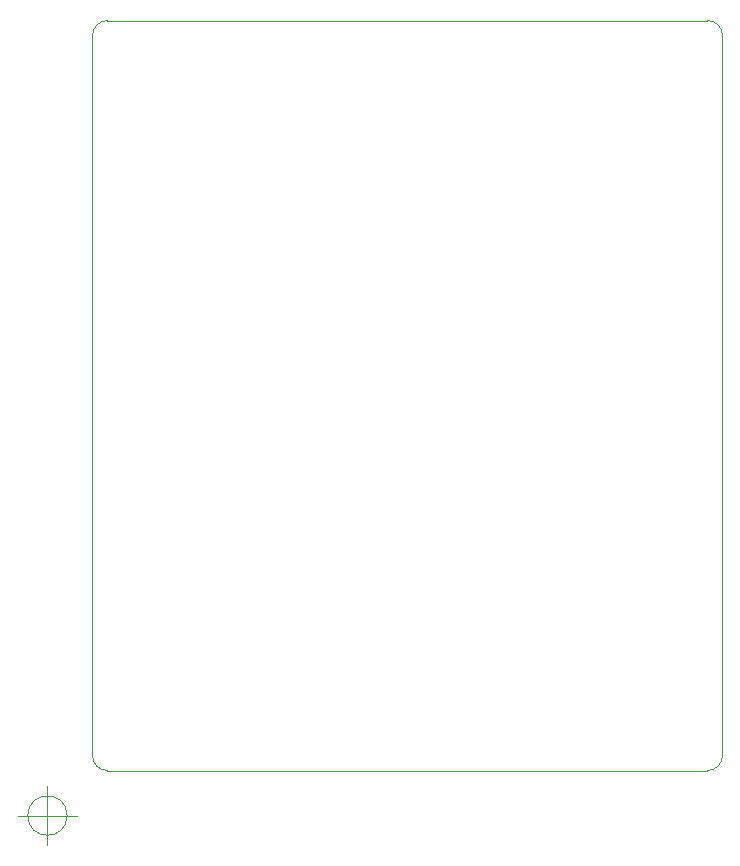
<source format=gm1>
G04 #@! TF.GenerationSoftware,KiCad,Pcbnew,5.99.0-unknown-9f841da98e~134~ubuntu20.04.1*
G04 #@! TF.CreationDate,2021-11-20T11:12:31+01:00*
G04 #@! TF.ProjectId,wt32-esp01-programmer,77743332-2d65-4737-9030-312d70726f67,rev?*
G04 #@! TF.SameCoordinates,Original*
G04 #@! TF.FileFunction,Profile,NP*
%FSLAX46Y46*%
G04 Gerber Fmt 4.6, Leading zero omitted, Abs format (unit mm)*
G04 Created by KiCad (PCBNEW 5.99.0-unknown-9f841da98e~134~ubuntu20.04.1) date 2021-11-20 11:12:31*
%MOMM*%
%LPD*%
G01*
G04 APERTURE LIST*
G04 #@! TA.AperFunction,Profile*
%ADD10C,0.050000*%
G04 #@! TD*
G04 APERTURE END LIST*
D10*
X92710000Y-113030000D02*
X92710000Y-52070000D01*
X144780000Y-50800000D02*
G75*
G02*
X146050000Y-52070000I0J-1270000D01*
G01*
X146050000Y-52070000D02*
X146050000Y-113030000D01*
X146050000Y-113030000D02*
G75*
G02*
X144780000Y-114300000I-1270000J0D01*
G01*
X93980000Y-50800000D02*
X144780000Y-50800000D01*
X144780000Y-114300000D02*
X93980000Y-114300000D01*
X93980000Y-114300000D02*
G75*
G02*
X92710000Y-113030000I0J1270000D01*
G01*
X92710000Y-52070000D02*
G75*
G02*
X93980000Y-50800000I1270000J0D01*
G01*
X90566666Y-118110000D02*
G75*
G03*
X90566666Y-118110000I-1666666J0D01*
G01*
X86400000Y-118110000D02*
X91400000Y-118110000D01*
X88900000Y-115610000D02*
X88900000Y-120610000D01*
M02*

</source>
